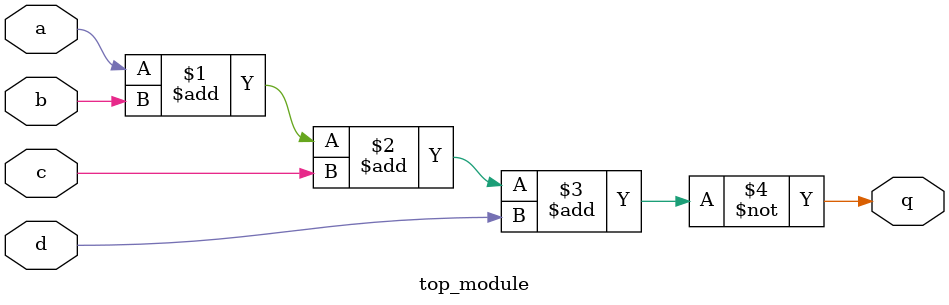
<source format=v>
module top_module (
    input a,
    input b,
    input c,
    input d,
    output q );//

    assign q = ~(a + b + c + d); // Fix me

endmodule

</source>
